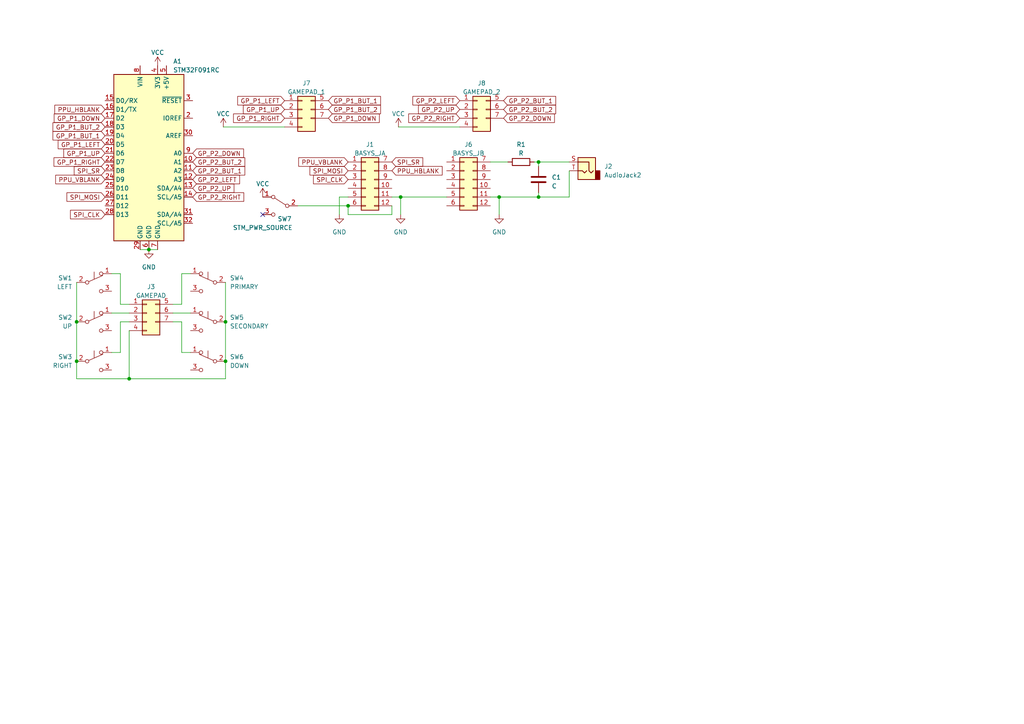
<source format=kicad_sch>
(kicad_sch (version 20230121) (generator eeschema)
  (paper "A4")
  (lib_symbols
    (symbol "Connector_Audio:AudioJack2"
      (property "Reference" "J" (at 0 8.89 0))
      (property "Value" "AudioJack2" (at 0 6.35 0))
      (symbol "AudioJack2_0_1"
        (rectangle (start -3.81 0) (end -2.54 -2.54) (stroke (width 0.254)) (fill (type outline)))
        (rectangle (start -2.54 3.81) (end 2.54 -2.54) (stroke (width 0.254)) (fill (type background)))
        (polyline (pts (xy 0 0) (xy 0.635 -0.635) (xy 1.27 0) (xy 2.54 0)) (stroke (width 0.254)))
        (polyline (pts (xy 2.54 2.54) (xy -0.635 2.54) (xy -0.635 0) (xy -1.27 -0.635) (xy -1.905 0)) (stroke (width 0.254)))
      )
      (symbol "AudioJack2_1_1"
        (pin passive line (at 5.08 2.54 180) (length 2.54) (name "~") (number "S"))
        (pin passive line (at 5.08 0 180) (length 2.54) (name "~") (number "T"))
      )
    )
    (symbol "Connector_Generic:Conn_02x04_Top_Bottom" (pin_names (offset 1.016) hide)
      (property "Reference" "J7" (at 1.27 7.62 0))
      (property "Value" "Conn_02x04_Top_Bottom" (at 1.27 5.08 0))
      (symbol "Conn_02x04_Top_Bottom_1_1"
        (rectangle (start -1.27 -4.953) (end 0 -5.207) (stroke (width 0.1524)))
        (rectangle (start -1.27 -2.413) (end 0 -2.667) (stroke (width 0.1524)))
        (rectangle (start -1.27 0.127) (end 0 -0.127) (stroke (width 0.1524)))
        (rectangle (start -1.27 2.667) (end 0 2.413) (stroke (width 0.1524)))
        (rectangle (start -1.27 3.81) (end 3.81 -6.35) (stroke (width 0.254)) (fill (type background)))
        (rectangle (start 3.81 -2.413) (end 2.54 -2.667) (stroke (width 0.1524)))
        (rectangle (start 3.81 0.127) (end 2.54 -0.127) (stroke (width 0.1524)))
        (rectangle (start 3.81 2.667) (end 2.54 2.413) (stroke (width 0.1524)))
        (pin output line (at -5.08 2.54 0) (length 3.81) (name "UP") (number "1"))
        (pin output line (at -5.08 0 0) (length 3.81) (name "DOWN") (number "2"))
        (pin output line (at -5.08 -2.54 0) (length 3.81) (name "LEFT") (number "3"))
        (pin input line (at -5.08 -5.08 0) (length 3.81) (name "VCC") (number "4"))
        (pin output line (at 7.62 2.54 180) (length 3.81) (name "RIGHT") (number "5"))
        (pin output line (at 7.62 0 180) (length 3.81) (name "PRIMARY") (number "6"))
        (pin output line (at 7.62 -2.54 180) (length 3.81) (name "SECONDARY") (number "7"))
      )
    )
    (symbol "Connector_Generic:Conn_02x06_Top_Bottom" (pin_names (offset 1.016) hide)
      (property "Reference" "J" (at 1.27 7.62 0))
      (property "Value" "Conn_02x06_Top_Bottom" (at 1.27 -10.16 0))
      (symbol "Conn_02x06_Top_Bottom_1_1"
        (rectangle (start -1.27 -7.493) (end 0 -7.747) (stroke (width 0.1524)))
        (rectangle (start -1.27 -4.953) (end 0 -5.207) (stroke (width 0.1524)))
        (rectangle (start -1.27 -2.413) (end 0 -2.667) (stroke (width 0.1524)))
        (rectangle (start -1.27 0.127) (end 0 -0.127) (stroke (width 0.1524)))
        (rectangle (start -1.27 2.667) (end 0 2.413) (stroke (width 0.1524)))
        (rectangle (start -1.27 5.207) (end 0 4.953) (stroke (width 0.1524)))
        (rectangle (start -1.27 6.35) (end 3.81 -8.89) (stroke (width 0.254)) (fill (type background)))
        (rectangle (start 3.81 -7.493) (end 2.54 -7.747) (stroke (width 0.1524)))
        (rectangle (start 3.81 -4.953) (end 2.54 -5.207) (stroke (width 0.1524)))
        (rectangle (start 3.81 -2.413) (end 2.54 -2.667) (stroke (width 0.1524)))
        (rectangle (start 3.81 0.127) (end 2.54 -0.127) (stroke (width 0.1524)))
        (rectangle (start 3.81 2.667) (end 2.54 2.413) (stroke (width 0.1524)))
        (rectangle (start 3.81 5.207) (end 2.54 4.953) (stroke (width 0.1524)))
        (pin passive line (at -5.08 5.08 0) (length 3.81) (name "Pin_1") (number "1"))
        (pin passive line (at 7.62 -2.54 180) (length 3.81) (name "Pin_10") (number "10"))
        (pin passive line (at 7.62 -5.08 180) (length 3.81) (name "Pin_11") (number "11"))
        (pin passive line (at 7.62 -7.62 180) (length 3.81) (name "Pin_12") (number "12"))
        (pin passive line (at -5.08 2.54 0) (length 3.81) (name "Pin_2") (number "2"))
        (pin passive line (at -5.08 0 0) (length 3.81) (name "Pin_3") (number "3"))
        (pin passive line (at -5.08 -2.54 0) (length 3.81) (name "Pin_4") (number "4"))
        (pin passive line (at -5.08 -5.08 0) (length 3.81) (name "Pin_5") (number "5"))
        (pin passive line (at -5.08 -7.62 0) (length 3.81) (name "Pin_6") (number "6"))
        (pin passive line (at 7.62 5.08 180) (length 3.81) (name "Pin_7") (number "7"))
        (pin passive line (at 7.62 2.54 180) (length 3.81) (name "Pin_8") (number "8"))
        (pin passive line (at 7.62 0 180) (length 3.81) (name "Pin_9") (number "9"))
      )
    )
    (symbol "Device:C" (pin_numbers hide) (pin_names (offset 0.254))
      (property "Reference" "C" (at 0.635 2.54 0))
      (property "Value" "C" (at 0.635 -2.54 0))
      (symbol "C_0_1"
        (polyline (pts (xy -2.032 -0.762) (xy 2.032 -0.762)) (stroke (width 0.508)))
        (polyline (pts (xy -2.032 0.762) (xy 2.032 0.762)) (stroke (width 0.508)))
      )
      (symbol "C_1_1"
        (pin passive line (at 0 3.81 270) (length 2.794) (name "~") (number "1"))
        (pin passive line (at 0 -3.81 90) (length 2.794) (name "~") (number "2"))
      )
    )
    (symbol "Device:R" (pin_numbers hide) (pin_names (offset 0))
      (property "Reference" "R" (at 2.032 0 90))
      (property "Value" "R" (at 0 0 90))
      (symbol "R_0_1"
        (rectangle (start -1.016 -2.54) (end 1.016 2.54) (stroke (width 0.254)))
      )
      (symbol "R_1_1"
        (pin passive line (at 0 3.81 270) (length 1.27) (name "~") (number "1"))
        (pin passive line (at 0 -3.81 90) (length 1.27) (name "~") (number "2"))
      )
    )
    (symbol "MCU_Module:Arduino_UNO_R3"
      (property "Reference" "A" (at -10.16 23.495 0))
      (property "Value" "Arduino_UNO_R3" (at 5.08 -26.67 0))
      (symbol "Arduino_UNO_R3_0_1"
        (rectangle (start -10.16 22.86) (end 10.16 -25.4) (stroke (width 0.254)) (fill (type background)))
      )
      (symbol "Arduino_UNO_R3_1_1"
        (pin no_connect line (at -10.16 -20.32 0) (length 2.54) hide (name "NC") (number "1"))
        (pin bidirectional line (at 12.7 -2.54 180) (length 2.54) (name "A1") (number "10"))
        (pin bidirectional line (at 12.7 -5.08 180) (length 2.54) (name "A2") (number "11"))
        (pin bidirectional line (at 12.7 -7.62 180) (length 2.54) (name "A3") (number "12"))
        (pin bidirectional line (at 12.7 -10.16 180) (length 2.54) (name "SDA/A4") (number "13"))
        (pin bidirectional line (at 12.7 -12.7 180) (length 2.54) (name "SCL/A5") (number "14"))
        (pin bidirectional line (at -12.7 15.24 0) (length 2.54) (name "D0/RX") (number "15"))
        (pin bidirectional line (at -12.7 12.7 0) (length 2.54) (name "D1/TX") (number "16"))
        (pin bidirectional line (at -12.7 10.16 0) (length 2.54) (name "D2") (number "17"))
        (pin bidirectional line (at -12.7 7.62 0) (length 2.54) (name "D3") (number "18"))
        (pin bidirectional line (at -12.7 5.08 0) (length 2.54) (name "D4") (number "19"))
        (pin output line (at 12.7 10.16 180) (length 2.54) (name "IOREF") (number "2"))
        (pin bidirectional line (at -12.7 2.54 0) (length 2.54) (name "D5") (number "20"))
        (pin bidirectional line (at -12.7 0 0) (length 2.54) (name "D6") (number "21"))
        (pin bidirectional line (at -12.7 -2.54 0) (length 2.54) (name "D7") (number "22"))
        (pin bidirectional line (at -12.7 -5.08 0) (length 2.54) (name "D8") (number "23"))
        (pin bidirectional line (at -12.7 -7.62 0) (length 2.54) (name "D9") (number "24"))
        (pin bidirectional line (at -12.7 -10.16 0) (length 2.54) (name "D10") (number "25"))
        (pin bidirectional line (at -12.7 -12.7 0) (length 2.54) (name "D11") (number "26"))
        (pin bidirectional line (at -12.7 -15.24 0) (length 2.54) (name "D12") (number "27"))
        (pin bidirectional line (at -12.7 -17.78 0) (length 2.54) (name "D13") (number "28"))
        (pin power_in line (at -2.54 -27.94 90) (length 2.54) (name "GND") (number "29"))
        (pin input line (at 12.7 15.24 180) (length 2.54) (name "~{RESET}") (number "3"))
        (pin input line (at 12.7 5.08 180) (length 2.54) (name "AREF") (number "30"))
        (pin bidirectional line (at 12.7 -17.78 180) (length 2.54) (name "SDA/A4") (number "31"))
        (pin bidirectional line (at 12.7 -20.32 180) (length 2.54) (name "SCL/A5") (number "32"))
        (pin power_out line (at 2.54 25.4 270) (length 2.54) (name "3V3") (number "4"))
        (pin power_out line (at 5.08 25.4 270) (length 2.54) (name "+5V") (number "5"))
        (pin power_in line (at 0 -27.94 90) (length 2.54) (name "GND") (number "6"))
        (pin power_in line (at 2.54 -27.94 90) (length 2.54) (name "GND") (number "7"))
        (pin power_in line (at -2.54 25.4 270) (length 2.54) (name "VIN") (number "8"))
        (pin bidirectional line (at 12.7 0 180) (length 2.54) (name "A0") (number "9"))
      )
    )
    (symbol "Switch:SW_Push_SPDT" (pin_names (offset 0) hide)
      (property "Reference" "SW" (at 0 4.318 0))
      (property "Value" "SW_Push_SPDT" (at 0 -5.08 0))
      (symbol "SW_Push_SPDT_0_0"
        (circle (center -2.032 0) (radius 0.508))
        (polyline (pts (xy 0 1.016) (xy 0 3.048)))
        (circle (center 2.032 -2.54) (radius 0.508))
      )
      (symbol "SW_Push_SPDT_0_1"
        (polyline (pts (xy -1.524 0.254) (xy 2.54 2.032)))
        (circle (center 2.032 2.54) (radius 0.508))
      )
      (symbol "SW_Push_SPDT_1_1"
        (pin passive line (at 5.08 2.54 180) (length 2.54) (name "A") (number "1"))
        (pin passive line (at -5.08 0 0) (length 2.54) (name "B") (number "2"))
        (pin passive line (at 5.08 -2.54 180) (length 2.54) (name "C") (number "3"))
      )
    )
    (symbol "Switch:SW_SPDT" (pin_names (offset 0) hide)
      (property "Reference" "SW" (at 0 4.318 0))
      (property "Value" "SW_SPDT" (at 0 -5.08 0))
      (symbol "SW_SPDT_0_0"
        (circle (center -2.032 0) (radius 0.508))
        (circle (center 2.032 -2.54) (radius 0.508))
      )
      (symbol "SW_SPDT_0_1"
        (polyline (pts (xy -1.524 0.254) (xy 1.651 2.286)))
        (circle (center 2.032 2.54) (radius 0.508))
      )
      (symbol "SW_SPDT_1_1"
        (pin passive line (at 5.08 2.54 180) (length 2.54) (name "A") (number "1"))
        (pin passive line (at -5.08 0 0) (length 2.54) (name "B") (number "2"))
        (pin passive line (at 5.08 -2.54 180) (length 2.54) (name "C") (number "3"))
      )
    )
    (symbol "power:GND" (power) (pin_names (offset 0))
      (property "Value" "GND" (at 0 -3.81 0))
      (symbol "GND_0_1"
        (polyline (pts (xy 0 0) (xy 0 -1.27) (xy 1.27 -1.27) (xy 0 -2.54) (xy -1.27 -1.27) (xy 0 -1.27)))
      )
      (symbol "GND_1_1"
        (pin power_in line (at 0 0 270) (length 0) hide (name "GND") (number "1"))
      )
    )
    (symbol "power:VCC" (power) (pin_names (offset 0))
      (property "Value" "VCC" (at 0 3.81 0))
      (symbol "VCC_0_1"
        (polyline (pts (xy -0.762 1.27) (xy 0 2.54)))
        (polyline (pts (xy 0 0) (xy 0 2.54)))
        (polyline (pts (xy 0 2.54) (xy 0.762 1.27)))
      )
      (symbol "VCC_1_1"
        (pin power_in line (at 0 0 90) (length 0) hide (name "VCC") (number "1"))
      )
    )
  )
  (junction (at 65.405 93.345))
  (junction (at 22.225 104.775))
  (junction (at 116.205 57.15))
  (junction (at 156.21 57.15))
  (junction (at 43.18 72.39))
  (junction (at 100.965 59.69))
  (junction (at 37.465 109.855))
  (junction (at 22.225 93.345))
  (junction (at 156.21 46.99))
  (junction (at 65.405 104.775))
  (junction (at 144.78 57.15))
  (no_connect (at 76.2 62.23))
  (wire (pts (xy 34.925 88.265) (xy 37.465 88.265)))
  (wire (pts (xy 156.21 57.15) (xy 156.21 55.88)))
  (wire (pts (xy 34.925 79.375) (xy 34.925 88.265)))
  (wire (pts (xy 98.425 57.15) (xy 100.965 57.15)))
  (wire (pts (xy 100.965 62.23) (xy 100.965 59.69)))
  (wire (pts (xy 144.78 57.15) (xy 144.78 62.23)))
  (wire (pts (xy 154.94 46.99) (xy 156.21 46.99)))
  (wire (pts (xy 22.225 109.855) (xy 37.465 109.855)))
  (wire (pts (xy 116.205 57.15) (xy 116.205 62.23)))
  (wire (pts (xy 65.405 81.915) (xy 65.405 93.345)))
  (wire (pts (xy 156.21 48.26) (xy 156.21 46.99)))
  (wire (pts (xy 22.225 93.345) (xy 22.225 104.775)))
  (wire (pts (xy 50.165 90.805) (xy 55.245 90.805)))
  (wire (pts (xy 65.405 104.775) (xy 65.405 109.855)))
  (wire (pts (xy 32.385 79.375) (xy 34.925 79.375)))
  (wire (pts (xy 32.385 102.235) (xy 34.925 102.235)))
  (wire (pts (xy 43.18 72.39) (xy 45.72 72.39)))
  (wire (pts (xy 34.925 102.235) (xy 34.925 93.345)))
  (wire (pts (xy 156.21 57.15) (xy 165.1 57.15)))
  (wire (pts (xy 65.405 93.345) (xy 65.405 104.775)))
  (wire (pts (xy 52.705 79.375) (xy 55.245 79.375)))
  (wire (pts (xy 113.665 59.69) (xy 113.665 62.23)))
  (wire (pts (xy 165.1 46.99) (xy 156.21 46.99)))
  (wire (pts (xy 37.465 109.855) (xy 37.465 95.885)))
  (wire (pts (xy 65.405 109.855) (xy 37.465 109.855)))
  (wire (pts (xy 86.36 59.69) (xy 100.965 59.69)))
  (wire (pts (xy 50.165 93.345) (xy 52.705 93.345)))
  (wire (pts (xy 52.705 88.265) (xy 52.705 79.375)))
  (wire (pts (xy 115.57 36.83) (xy 133.35 36.83)))
  (wire (pts (xy 142.24 46.99) (xy 147.32 46.99)))
  (wire (pts (xy 50.165 88.265) (xy 52.705 88.265)))
  (wire (pts (xy 40.64 72.39) (xy 43.18 72.39)))
  (wire (pts (xy 34.925 93.345) (xy 37.465 93.345)))
  (wire (pts (xy 144.78 57.15) (xy 156.21 57.15)))
  (wire (pts (xy 52.705 93.345) (xy 52.705 102.235)))
  (wire (pts (xy 52.705 102.235) (xy 55.245 102.235)))
  (wire (pts (xy 116.205 57.15) (xy 129.54 57.15)))
  (wire (pts (xy 113.665 62.23) (xy 100.965 62.23)))
  (wire (pts (xy 22.225 81.915) (xy 22.225 93.345)))
  (wire (pts (xy 22.225 104.775) (xy 22.225 109.855)))
  (wire (pts (xy 32.385 90.805) (xy 37.465 90.805)))
  (wire (pts (xy 165.1 57.15) (xy 165.1 49.53)))
  (wire (pts (xy 98.425 57.15) (xy 98.425 62.23)))
  (wire (pts (xy 113.665 57.15) (xy 116.205 57.15)))
  (wire (pts (xy 64.77 36.83) (xy 82.55 36.83)))
  (wire (pts (xy 142.24 57.15) (xy 144.78 57.15)))
  (global_label "PPU_VBLANK" (shape input) (at 30.48 52.07 180) (property "Intersheetrefs" "${INTERSHEET_REFS}" (effects hide)))
  (global_label "GP_P2_LEFT" (shape input) (at 133.35 29.21 180) (property "Intersheetrefs" "${INTERSHEET_REFS}" (effects hide)))
  (global_label "GP_P1_LEFT" (shape input) (at 30.48 41.91 180) (property "Intersheetrefs" "${INTERSHEET_REFS}" (effects hide)))
  (global_label "GP_P1_BUT_2" (shape input) (at 95.25 31.75 0) (property "Intersheetrefs" "${INTERSHEET_REFS}" (effects hide)))
  (global_label "PPU_HBLANK" (shape input) (at 113.665 49.53 0) (property "Intersheetrefs" "${INTERSHEET_REFS}" (effects hide)))
  (global_label "GP_P1_RIGHT" (shape input) (at 30.48 46.99 180) (property "Intersheetrefs" "${INTERSHEET_REFS}" (effects hide)))
  (global_label "GP_P1_DOWN" (shape input) (at 30.48 34.29 180) (property "Intersheetrefs" "${INTERSHEET_REFS}" (effects hide)))
  (global_label "SPI_SR" (shape input) (at 30.48 49.53 180) (property "Intersheetrefs" "${INTERSHEET_REFS}" (effects hide)))
  (global_label "GP_P1_BUT_1" (shape input) (at 30.48 39.37 180) (property "Intersheetrefs" "${INTERSHEET_REFS}" (effects hide)))
  (global_label "GP_P1_RIGHT" (shape input) (at 82.55 34.29 180) (property "Intersheetrefs" "${INTERSHEET_REFS}" (effects hide)))
  (global_label "GP_P2_DOWN" (shape input) (at 55.88 44.45 0) (property "Intersheetrefs" "${INTERSHEET_REFS}" (effects hide)))
  (global_label "GP_P2_RIGHT" (shape input) (at 55.88 57.15 0) (property "Intersheetrefs" "${INTERSHEET_REFS}" (effects hide)))
  (global_label "GP_P2_LEFT" (shape input) (at 55.88 52.07 0) (property "Intersheetrefs" "${INTERSHEET_REFS}" (effects hide)))
  (global_label "GP_P2_UP" (shape input) (at 133.35 31.75 180) (property "Intersheetrefs" "${INTERSHEET_REFS}" (effects hide)))
  (global_label "GP_P1_LEFT" (shape input) (at 82.55 29.21 180) (property "Intersheetrefs" "${INTERSHEET_REFS}" (effects hide)))
  (global_label "GP_P1_UP" (shape input) (at 82.55 31.75 180) (property "Intersheetrefs" "${INTERSHEET_REFS}" (effects hide)))
  (global_label "PPU_HBLANK" (shape input) (at 30.48 31.75 180) (property "Intersheetrefs" "${INTERSHEET_REFS}" (effects hide)))
  (global_label "SPI_CLK" (shape input) (at 100.965 52.07 180) (property "Intersheetrefs" "${INTERSHEET_REFS}" (effects hide)))
  (global_label "PPU_VBLANK" (shape input) (at 100.965 46.99 180) (property "Intersheetrefs" "${INTERSHEET_REFS}" (effects hide)))
  (global_label "GP_P1_BUT_1" (shape input) (at 95.25 29.21 0) (property "Intersheetrefs" "${INTERSHEET_REFS}" (effects hide)))
  (global_label "SPI_MOSI" (shape input) (at 30.48 57.15 180) (property "Intersheetrefs" "${INTERSHEET_REFS}" (effects hide)))
  (global_label "GP_P1_UP" (shape input) (at 30.48 44.45 180) (property "Intersheetrefs" "${INTERSHEET_REFS}" (effects hide)))
  (global_label "GP_P2_DOWN" (shape input) (at 146.05 34.29 0) (property "Intersheetrefs" "${INTERSHEET_REFS}" (effects hide)))
  (global_label "GP_P2_UP" (shape input) (at 55.88 54.61 0) (property "Intersheetrefs" "${INTERSHEET_REFS}" (effects hide)))
  (global_label "GP_P1_DOWN" (shape input) (at 95.25 34.29 0) (property "Intersheetrefs" "${INTERSHEET_REFS}" (effects hide)))
  (global_label "GP_P2_RIGHT" (shape input) (at 133.35 34.29 180) (property "Intersheetrefs" "${INTERSHEET_REFS}" (effects hide)))
  (global_label "GP_P2_BUT_1" (shape input) (at 55.88 49.53 0) (property "Intersheetrefs" "${INTERSHEET_REFS}" (effects hide)))
  (global_label "GP_P1_BUT_2" (shape input) (at 30.48 36.83 180) (property "Intersheetrefs" "${INTERSHEET_REFS}" (effects hide)))
  (global_label "SPI_MOSI" (shape input) (at 100.965 49.53 180) (property "Intersheetrefs" "${INTERSHEET_REFS}" (effects hide)))
  (global_label "SPI_SR" (shape input) (at 113.665 46.99 0) (property "Intersheetrefs" "${INTERSHEET_REFS}" (effects hide)))
  (global_label "SPI_CLK" (shape input) (at 30.48 62.23 180) (property "Intersheetrefs" "${INTERSHEET_REFS}" (effects hide)))
  (global_label "GP_P2_BUT_2" (shape input) (at 55.88 46.99 0) (property "Intersheetrefs" "${INTERSHEET_REFS}" (effects hide)))
  (global_label "GP_P2_BUT_2" (shape input) (at 146.05 31.75 0) (property "Intersheetrefs" "${INTERSHEET_REFS}" (effects hide)))
  (global_label "GP_P2_BUT_1" (shape input) (at 146.05 29.21 0) (property "Intersheetrefs" "${INTERSHEET_REFS}" (effects hide)))
  (symbol (lib_id "power:GND") (at 144.78 62.23 0) (unit 1)
    (property "Reference" "#PWR06" (effects hide))
    (property "Value" "GND" (at 144.78 67.31 0))
  )
  (symbol (lib_id "Switch:SW_SPDT") (at 81.28 59.69 0) (mirror y) (unit 1)
    (property "Reference" "SW7" (at 82.55 63.5 0))
    (property "Value" "STM_PWR_SOURCE" (at 76.2 66.04 0))
    (property "Footprint" "Button_Switch_THT:SW_Slide_1P2T_CK_OS102011MS2Q" (effects hide))
  )
  (symbol (lib_id "Switch:SW_Push_SPDT") (at 60.325 81.915 0) (mirror y) (unit 1)
    (property "Reference" "SW4" (at 66.675 80.645 0) (effects (justify right)))
    (property "Value" "PRIMARY" (at 66.675 83.185 0) (effects (justify right)))
    (property "Footprint" "Button_Switch_THT:SW_PUSH_6mm" (effects hide))
  )
  (symbol (lib_id "power:VCC") (at 115.57 36.83 0) (unit 1)
    (property "Reference" "#PWR02" (effects hide))
    (property "Value" "VCC" (at 115.57 33.02 0))
  )
  (symbol (lib_id "power:VCC") (at 45.72 19.05 0) (unit 1)
    (property "Reference" "#PWR04" (effects hide))
    (property "Value" "VCC" (at 45.72 15.24 0))
  )
  (symbol (lib_id "Connector_Audio:AudioJack2") (at 170.18 49.53 0) (mirror y) (unit 1)
    (property "Reference" "J2" (at 175.26 48.26 0) (effects (justify right)))
    (property "Value" "AudioJack2" (at 175.26 50.8 0) (effects (justify right)))
    (property "Footprint" "Connector_Audio:Jack_3.5mm_CUI_SJ1-3523N_Horizontal" (effects hide))
  )
  (symbol (lib_id "Switch:SW_Push_SPDT") (at 27.305 93.345 0) (unit 1)
    (property "Reference" "SW2" (at 20.955 92.075 0) (effects (justify right)))
    (property "Value" "UP" (at 20.955 94.615 0) (effects (justify right)))
    (property "Footprint" "Button_Switch_THT:SW_PUSH_6mm" (effects hide))
  )
  (symbol (lib_id "Switch:SW_Push_SPDT") (at 27.305 81.915 0) (unit 1)
    (property "Reference" "SW1" (at 20.955 80.645 0) (effects (justify right)))
    (property "Value" "LEFT" (at 20.955 83.185 0) (effects (justify right)))
    (property "Footprint" "Button_Switch_THT:SW_PUSH_6mm" (effects hide))
  )
  (symbol (lib_id "Connector_Generic:Conn_02x04_Top_Bottom") (at 42.545 90.805 0) (unit 1)
    (property "Reference" "J3" (at 43.815 83.185 0))
    (property "Value" "GAMEPAD" (at 43.815 85.725 0))
    (property "Footprint" "Connector_PinHeader_2.54mm:PinHeader_2x04_P2.54mm_Vertical" (effects hide))
  )
  (symbol (lib_id "power:VCC") (at 64.77 36.83 0) (unit 1)
    (property "Reference" "#PWR01" (effects hide))
    (property "Value" "VCC" (at 64.77 33.02 0))
  )
  (symbol (lib_id "power:VCC") (at 76.2 57.15 0) (unit 1)
    (property "Reference" "#PWR08" (effects hide))
    (property "Value" "VCC" (at 76.2 53.34 0))
  )
  (symbol (lib_id "Connector_Generic:Conn_02x06_Top_Bottom") (at 106.045 52.07 0) (unit 1)
    (property "Reference" "J1" (at 107.315 41.91 0))
    (property "Value" "BASYS_JA" (at 107.315 44.45 0))
    (property "Footprint" "Connector_PinHeader_2.54mm:PinHeader_2x06_P2.54mm_Vertical" (effects hide))
  )
  (symbol (lib_id "Device:R") (at 151.13 46.99 90) (unit 1)
    (property "Reference" "R1" (at 151.13 41.91 90))
    (property "Value" "R" (at 151.13 44.45 90))
    (property "Footprint" "Resistor_THT:R_Axial_DIN0207_L6.3mm_D2.5mm_P7.62mm_Horizontal" (effects hide))
  )
  (symbol (lib_id "power:GND") (at 116.205 62.23 0) (unit 1)
    (property "Reference" "#PWR07" (effects hide))
    (property "Value" "GND" (at 116.205 67.31 0))
  )
  (symbol (lib_id "Device:C") (at 156.21 52.07 0) (unit 1)
    (property "Reference" "C1" (at 160.02 51.435 0) (effects (justify left)))
    (property "Value" "C" (at 160.02 53.975 0) (effects (justify left)))
    (property "Footprint" "Capacitor_THT:C_Disc_D6.0mm_W2.5mm_P5.00mm" (effects hide))
  )
  (symbol (lib_id "Switch:SW_Push_SPDT") (at 60.325 93.345 0) (mirror y) (unit 1)
    (property "Reference" "SW5" (at 66.675 92.075 0) (effects (justify right)))
    (property "Value" "SECONDARY" (at 66.675 94.615 0) (effects (justify right)))
    (property "Footprint" "Button_Switch_THT:SW_PUSH_6mm" (effects hide))
  )
  (symbol (lib_id "power:GND") (at 43.18 72.39 0) (unit 1)
    (property "Reference" "#PWR03" (effects hide))
    (property "Value" "GND" (at 43.18 77.47 0))
  )
  (symbol (lib_id "Switch:SW_Push_SPDT") (at 27.305 104.775 0) (unit 1)
    (property "Reference" "SW3" (at 20.955 103.505 0) (effects (justify right)))
    (property "Value" "RIGHT" (at 20.955 106.045 0) (effects (justify right)))
    (property "Footprint" "Button_Switch_THT:SW_PUSH_6mm" (effects hide))
  )
  (symbol (lib_id "Connector_Generic:Conn_02x04_Top_Bottom") (at 87.63 31.75 0) (unit 1)
    (property "Reference" "J7" (at 88.9 24.13 0))
    (property "Value" "GAMEPAD_1" (at 88.9 26.67 0))
    (property "Footprint" "Connector_PinHeader_2.54mm:PinHeader_2x04_P2.54mm_Vertical" (effects hide))
  )
  (symbol (lib_id "Connector_Generic:Conn_02x04_Top_Bottom") (at 138.43 31.75 0) (unit 1)
    (property "Reference" "J8" (at 139.7 24.13 0))
    (property "Value" "GAMEPAD_2" (at 139.7 26.67 0))
    (property "Footprint" "Connector_PinHeader_2.54mm:PinHeader_2x04_P2.54mm_Vertical" (effects hide))
  )
  (symbol (lib_id "Switch:SW_Push_SPDT") (at 60.325 104.775 0) (mirror y) (unit 1)
    (property "Reference" "SW6" (at 66.675 103.505 0) (effects (justify right)))
    (property "Value" "DOWN" (at 66.675 106.045 0) (effects (justify right)))
    (property "Footprint" "Button_Switch_THT:SW_PUSH_6mm" (effects hide))
  )
  (symbol (lib_id "MCU_Module:Arduino_UNO_R3") (at 43.18 44.45 0) (unit 1)
    (property "Reference" "A1" (at 50.2159 17.78 0) (effects (justify left)))
    (property "Value" "STM32F091RC" (at 50.2159 20.32 0) (effects (justify left)))
    (property "Footprint" "Module:Arduino_UNO_R3" (effects hide))
  )
  (symbol (lib_id "power:GND") (at 98.425 62.23 0) (unit 1)
    (property "Reference" "#PWR05" (effects hide))
    (property "Value" "GND" (at 98.425 67.31 0))
  )
  (symbol (lib_id "Connector_Generic:Conn_02x06_Top_Bottom") (at 134.62 52.07 0) (unit 1)
    (property "Reference" "J6" (at 135.89 41.91 0))
    (property "Value" "BASYS_JB" (at 135.89 44.45 0))
    (property "Footprint" "Connector_PinHeader_2.54mm:PinHeader_2x06_P2.54mm_Vertical" (effects hide))
  )
)
</source>
